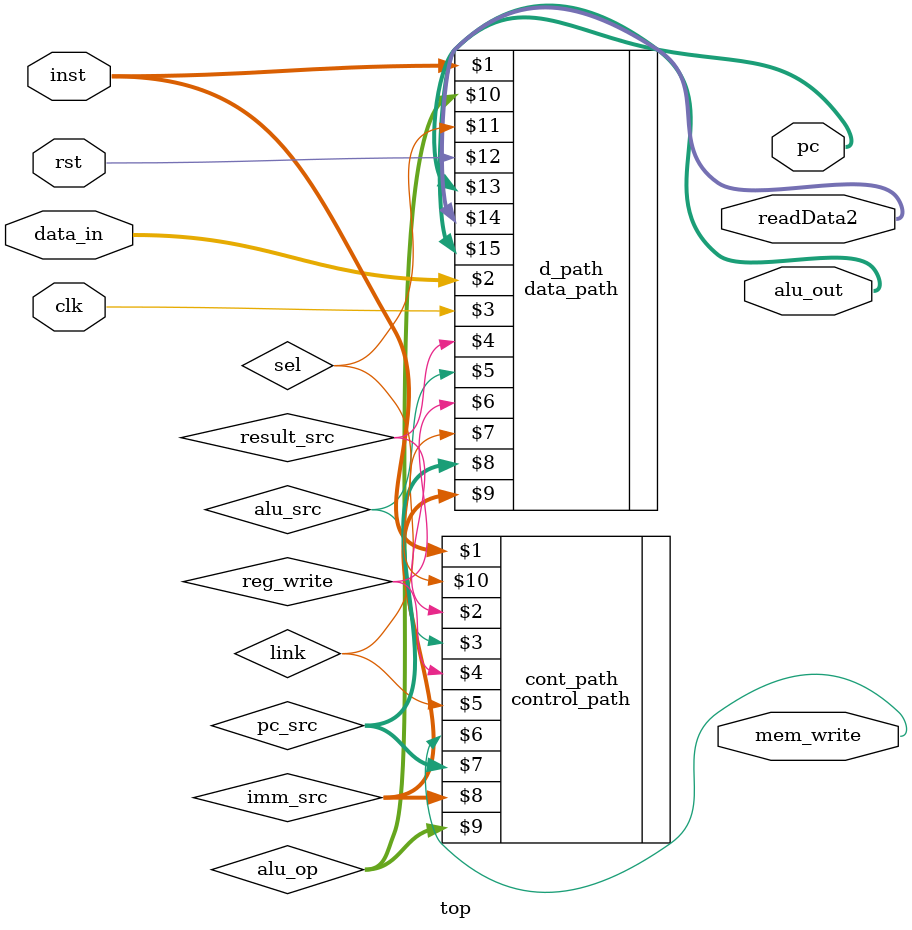
<source format=v>
module top(input wire [31:0] inst,
                 input wire clk,rst,
                 input wire [31:0] data_in,          // connect with data memory read port
                 
                 output wire [31:0] pc,               // connect with instruction memory address
                 output wire signed [31:0] alu_out,  // connect with data memory write port address
                 output wire [31:0] readData2,       // connect with data memory write port data
                 output wire mem_write);
                 
    wire [1:0]  alu_cnt,imm_src,pc_src;
    wire [6:0] op_code;
    wire [2:0] func3,alu_op;
    wire result_src,alu_src,reg_write,link,sel;
    
control_path cont_path(inst,result_src,alu_src,reg_write,link,mem_write,pc_src,imm_src,alu_op ,sel );
data_path d_path(inst,data_in,clk,result_src,alu_src,reg_write,link, pc_src,imm_src,alu_op,sel,rst, pc,readData2,alu_out);
    
endmodule
</source>
